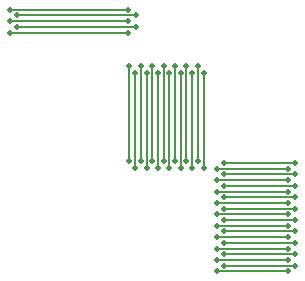
<source format=gbr>
G04 #@! TF.GenerationSoftware,KiCad,Pcbnew,(5.1.0)-1*
G04 #@! TF.CreationDate,2019-05-03T22:13:54-07:00*
G04 #@! TF.ProjectId,Miniscope-v4-FlexPC,4d696e69-7363-46f7-9065-2d76342d466c,rev?*
G04 #@! TF.SameCoordinates,PXff95b0PYe11130*
G04 #@! TF.FileFunction,Copper,L1,Top*
G04 #@! TF.FilePolarity,Positive*
%FSLAX46Y46*%
G04 Gerber Fmt 4.6, Leading zero omitted, Abs format (unit mm)*
G04 Created by KiCad (PCBNEW (5.1.0)-1) date 2019-05-03 22:13:54*
%MOMM*%
%LPD*%
G04 APERTURE LIST*
%ADD10C,0.508000*%
%ADD11C,0.152400*%
G04 APERTURE END LIST*
D10*
X16804173Y-14052600D03*
X16321574Y-13443000D03*
X15838974Y-14052600D03*
X15356375Y-13443000D03*
X14873775Y-14052600D03*
X14391176Y-13443000D03*
X13908576Y-14052600D03*
X13425977Y-13443000D03*
X12943377Y-14052600D03*
X12460778Y-13443000D03*
X11978178Y-14052600D03*
X11495579Y-13443000D03*
X11012979Y-14052600D03*
X10530380Y-13443000D03*
X16804173Y-6052600D03*
X16321574Y-5443000D03*
X15838974Y-6052600D03*
X15356375Y-5443000D03*
X14873775Y-6052600D03*
X14391176Y-5443000D03*
X13908576Y-6052600D03*
X13425977Y-5443000D03*
X12943377Y-6052600D03*
X12460778Y-5443000D03*
X11978178Y-6052600D03*
X11495579Y-5443000D03*
X11012979Y-6052600D03*
X10530380Y-5443000D03*
X436800Y-668202D03*
X436800Y-1633401D03*
X1046400Y-1150802D03*
X436800Y-2598600D03*
X1046400Y-2116001D03*
X10436800Y-668202D03*
X10436800Y-1633401D03*
X11046400Y-1150802D03*
X10436800Y-2598600D03*
X11046400Y-2116001D03*
X17919240Y-22813050D03*
X18528840Y-22330451D03*
X17919240Y-21847851D03*
X18528840Y-21365252D03*
X17919240Y-20882652D03*
X18528840Y-20400053D03*
X17919240Y-19917453D03*
X18528840Y-19434854D03*
X17919240Y-18952254D03*
X18528840Y-18469655D03*
X17919240Y-17987055D03*
X18528840Y-17504456D03*
X17919240Y-17021856D03*
X18528840Y-16539257D03*
X17919240Y-16056657D03*
X18528840Y-15574058D03*
X17919240Y-15091458D03*
X18528840Y-14608859D03*
X17919240Y-14126259D03*
X18528840Y-13643660D03*
X24528840Y-13643660D03*
X23919240Y-14126259D03*
X24528840Y-14608859D03*
X23919240Y-15091458D03*
X24528840Y-15574058D03*
X23919240Y-16056657D03*
X24528840Y-16539257D03*
X23919240Y-17021856D03*
X24528840Y-17504456D03*
X23919240Y-17987055D03*
X24528840Y-18469655D03*
X23919240Y-18952254D03*
X24528840Y-19434854D03*
X23919240Y-19917453D03*
X24528840Y-20400053D03*
X23919240Y-20882652D03*
X24528840Y-21365252D03*
X23919240Y-21847851D03*
X24528840Y-22330451D03*
X23919240Y-22813050D03*
D11*
X18528840Y-13643660D02*
X24528840Y-13643660D01*
X23919240Y-14126259D02*
X17919240Y-14126259D01*
X18528840Y-14608859D02*
X24528840Y-14608859D01*
X18334782Y-15091458D02*
X17919240Y-15091458D01*
X23919240Y-15091458D02*
X18334782Y-15091458D01*
X18528840Y-15574058D02*
X24528840Y-15574058D01*
X23919240Y-16056657D02*
X17919240Y-16056657D01*
X18888050Y-16539257D02*
X24528840Y-16539257D01*
X18528840Y-16539257D02*
X18888050Y-16539257D01*
X23919240Y-17021856D02*
X17919240Y-17021856D01*
X24113299Y-17504456D02*
X24528840Y-17504456D01*
X18528840Y-17504456D02*
X24113299Y-17504456D01*
X23919240Y-17987055D02*
X17919240Y-17987055D01*
X18528840Y-18469655D02*
X24528840Y-18469655D01*
X23919240Y-18952254D02*
X17919240Y-18952254D01*
X18528840Y-19434854D02*
X24528840Y-19434854D01*
X23919240Y-19917453D02*
X17919240Y-19917453D01*
X18528840Y-20400053D02*
X24528840Y-20400053D01*
X23919240Y-20882652D02*
X17919240Y-20882652D01*
X18528840Y-21365252D02*
X24528840Y-21365252D01*
X23919240Y-21847851D02*
X17919240Y-21847851D01*
X18528840Y-22330451D02*
X24528840Y-22330451D01*
X18334781Y-22813050D02*
X17919240Y-22813050D01*
X23919240Y-22813050D02*
X18334781Y-22813050D01*
X1436800Y-668202D02*
X436800Y-668202D01*
X10436800Y-668202D02*
X1436800Y-668202D01*
X1436800Y-1633401D02*
X10436800Y-1633401D01*
X1436800Y-1633401D02*
X436800Y-1633401D01*
X11046400Y-1150802D02*
X2046400Y-1150802D01*
X2046400Y-1150802D02*
X1046400Y-1150802D01*
X1436800Y-2598600D02*
X10436800Y-2598600D01*
X1436800Y-2598600D02*
X436800Y-2598600D01*
X11046400Y-2116001D02*
X2046400Y-2116001D01*
X2046400Y-2116001D02*
X1046400Y-2116001D01*
X16804173Y-6052600D02*
X16804173Y-14052600D01*
X16321574Y-5858541D02*
X16321574Y-5443000D01*
X16321574Y-13443000D02*
X16321574Y-5858541D01*
X15838974Y-6052600D02*
X15838974Y-14052600D01*
X15356375Y-13443000D02*
X15356375Y-5443000D01*
X14873775Y-6052600D02*
X14873775Y-14052600D01*
X14391176Y-5802210D02*
X14391176Y-13443000D01*
X14391176Y-5443000D02*
X14391176Y-5802210D01*
X13908576Y-14052600D02*
X13908576Y-6052600D01*
X13425977Y-5443000D02*
X13425977Y-13443000D01*
X12943377Y-14052600D02*
X12943377Y-6052600D01*
X12460778Y-5443000D02*
X12460778Y-13443000D01*
X11978178Y-14052600D02*
X11978178Y-6052600D01*
X11495579Y-5443000D02*
X11495579Y-13443000D01*
X11012979Y-14052600D02*
X11012979Y-6052600D01*
X10530380Y-5443000D02*
X10530380Y-13443000D01*
M02*

</source>
